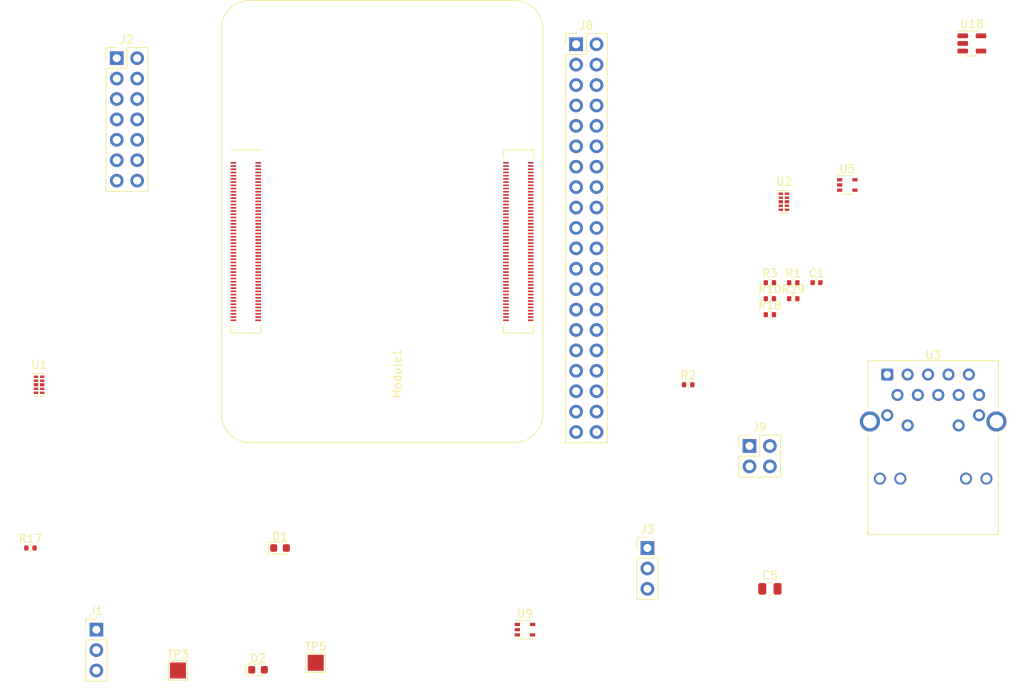
<source format=kicad_pcb>
(kicad_pcb (version 20211014) (generator pcbnew)
  (layers (0 "F.Cu" signal) (31 "B.Cu" signal) (34 "B.Paste" user) (35 "F.Paste" user) (36 "B.SilkS" user "B.Silkscreen") (37 "F.SilkS" user "F.Silkscreen") (38 "B.Mask" user) (39 "F.Mask" user) (44 "Edge.Cuts" user))
  (net 0 "")
  (net 1 "Net-(D2-Pad1)")
  (net 2 "Net-(D1-Pad1)")
  (net 3 "Net-(Module1-Pad21)")
  (net 4 "Net-(R2-Pad1)")
  (net 5 "/ETH_LEDG")
  (net 6 "Net-(R3-Pad1)")
  (net 7 "/ETH_LEDY")
  (net 8 "Net-(R10-Pad2)")
  (net 9 "/+3.3v")
  (net 10 "Net-(J7-Pad10)")
  (net 11 "/Reserved")
  (net 12 "Net-(J7-Pad9)")
  (net 13 "/SD_PWR_ON")
  (net 14 "/nPWR_LED")
  (net 15 "GND")
  (net 16 "/RUN_PG")
  (net 17 "Net-(J2-Pad13)")
  (net 18 "/+5v")
  (net 19 "/SD_PWR")
  (net 21 "/TRD3_P")
  (net 22 "/TRD3_N")
  (net 23 "/TRD2_N")
  (net 24 "/TRD2_P")
  (net 25 "/TRD1_P")
  (net 26 "/TRD1_N")
  (net 27 "/TRD0_N")
  (net 28 "/TRD0_P")
  (net 29 "/GPIO2")
  (net 30 "/GPIO3")
  (net 31 "/GPIO4")
  (net 32 "/GPIO14")
  (net 33 "/GPIO15")
  (net 34 "/GPIO17")
  (net 35 "/GPIO18")
  (net 36 "/GPIO27")
  (net 37 "/GPIO22")
  (net 38 "/GPIO23")
  (net 39 "/GPIO24")
  (net 40 "/GPIO10")
  (net 41 "/GPIO9")
  (net 42 "/GPIO25")
  (net 43 "/GPIO11")
  (net 44 "/GPIO8")
  (net 45 "/GPIO7")
  (net 46 "/ID_SD")
  (net 47 "/ID_SC")
  (net 48 "/GPIO5")
  (net 49 "/GPIO6")
  (net 50 "/GPIO12")
  (net 51 "/GPIO13")
  (net 52 "/GPIO19")
  (net 53 "/GPIO16")
  (net 54 "/GPIO26")
  (net 55 "/GPIO20")
  (net 56 "/GPIO21")
  (net 57 "/nRPIBOOT")
  (net 58 "/EEPROM_nWP")
  (net 59 "/AIN0")
  (net 60 "/AIN1")
  (net 61 "/SYNC_IN")
  (net 62 "/SYNC_OUT")
  (net 63 "/TV_OUT")
  (net 64 "/GLOBAL_EN")
  (net 65 "/TR1_TAP")
  (net 66 "/TR2_TAP")
  (net 67 "/TR0_TAP")
  (net 68 "/TR3_TAP")
  (net 69 "/WL_nDis")
  (net 70 "/BT_nDis")
  (net 71 "Net-(C1-Pad1)")
  (net 72 "/SD_DAT1")
  (net 73 "/SD_DAT0")
  (net 74 "/SD_CLK")
  (net 75 "/SD_CMD")
  (net 76 "/SD_DAT3")
  (net 77 "/SD_DAT2")
  (net 84 "/GPIO_VREF")
  (net 85 "/SCL0")
  (net 86 "/SDA0")
  (net 87 "/+1.8v")
  (net 88 "/CAM_GPIO")
  (net 89 "/nEXTRST")
  (footprint "Package_TO_SOT_SMD:SOT-23-5" (layer "F.Cu") (at 159.755 41.345)
    (fp_text reference "U18" (at 0 -2.4) (layer "F.SilkS"))
    (fp_text value "RT9742GGJ5")
    (pad "1" smd roundrect (at -1.1375 -0.95) (size 1.325 0.6) (layers "F.Cu" "F.Paste" "F.Mask") (net 19 "/SD_PWR"))
    (pad "2" smd roundrect (at -1.1375 0) (size 1.325 0.6) (layers "F.Cu" "F.Paste" "F.Mask") (net 15 "GND"))
    (pad "3" smd roundrect (at -1.1375 0.95) (size 1.325 0.6) (layers "F.Cu" "F.Paste" "F.Mask"))
    (pad "4" smd roundrect (at 1.1375 0.95) (size 1.325 0.6) (layers "F.Cu" "F.Paste" "F.Mask") (net 13 "/SD_PWR_ON"))
    (pad "5" smd roundrect (at 1.1375 -0.95) (size 1.325 0.6) (layers "F.Cu" "F.Paste" "F.Mask") (net 9 "/+3.3v"))
  )
  (footprint "Resistor_SMD:R_0402_1005Metric" (layer "F.Cu") (at 137.53 71.12)
    (fp_text reference "R1" (at 0 -1.17) (layer "F.SilkS"))
    (fp_text value "1k")
    (pad "1" smd roundrect (at -0.51 0) (size 0.54 0.64) (layers "F.Cu" "F.Paste" "F.Mask") (net 1 "Net-(D2-Pad1)"))
    (pad "2" smd roundrect (at 0.51 0) (size 0.54 0.64) (layers "F.Cu" "F.Paste" "F.Mask") (net 3 "Net-(Module1-Pad21)"))
  )
  (footprint "Resistor_SMD:R_0402_1005Metric" (layer "F.Cu") (at 42.6 104.14)
    (fp_text reference "R17" (at 0 -1.17) (layer "F.SilkS"))
    (fp_text value "nf")
    (pad "1" smd roundrect (at -0.51 0) (size 0.54 0.64) (layers "F.Cu" "F.Paste" "F.Mask") (net 9 "/+3.3v"))
    (pad "2" smd roundrect (at 0.51 0) (size 0.54 0.64) (layers "F.Cu" "F.Paste" "F.Mask") (net 10 "Net-(J7-Pad10)"))
  )
  (footprint "Capacitor_SMD:C_0402_1005Metric" (layer "F.Cu") (at 140.42 71.11)
    (fp_text reference "C1" (at 0 -1.16) (layer "F.SilkS"))
    (fp_text value "100n")
    (pad "1" smd roundrect (at -0.48 0) (size 0.56 0.62) (layers "F.Cu" "F.Paste" "F.Mask") (net 71 "Net-(C1-Pad1)"))
    (pad "2" smd roundrect (at 0.48 0) (size 0.56 0.62) (layers "F.Cu" "F.Paste" "F.Mask") (net 15 "GND"))
  )
  (footprint "Resistor_SMD:R_0402_1005Metric" (layer "F.Cu") (at 137.53 73.11)
    (fp_text reference "R29" (at 0 -1.17) (layer "F.SilkS"))
    (fp_text value "12K 1%")
    (pad "1" smd roundrect (at -0.51 0) (size 0.54 0.64) (layers "F.Cu" "F.Paste" "F.Mask") (net 9 "/+3.3v"))
    (pad "2" smd roundrect (at 0.51 0) (size 0.54 0.64) (layers "F.Cu" "F.Paste" "F.Mask") (net 13 "/SD_PWR_ON"))
  )
  (footprint "Connector_PinHeader_2.54mm:PinHeader_1x03_P2.54mm_Vertical" (layer "F.Cu") (at 119.38 104.14)
    (fp_text reference "J3" (at 0 -2.33) (layer "F.SilkS"))
    (fp_text value "Conn_01x03")
    (pad "1" thru_hole rect (at 0 0) (size 1.7 1.7) (drill 1) (layers *.Cu *.Mask) (net 69 "/WL_nDis"))
    (pad "2" thru_hole oval (at 0 2.54) (size 1.7 1.7) (drill 1) (layers *.Cu *.Mask) (net 15 "GND"))
    (pad "3" thru_hole oval (at 0 5.08) (size 1.7 1.7) (drill 1) (layers *.Cu *.Mask) (net 70 "/BT_nDis"))
  )
  (footprint "TestPoint:TestPoint_Pad_2.0x2.0mm" (layer "F.Cu") (at 60.96 119.38)
    (fp_text reference "TP3" (at 0 -1.998) (layer "F.SilkS"))
    (fp_text value "TestPoint")
    (pad "1" smd rect (at 0 0) (size 2 2) (layers "F.Cu" "F.Mask") (net 1 "Net-(D2-Pad1)"))
  )
  (footprint "TestPoint:TestPoint_Pad_2.0x2.0mm" (layer "F.Cu") (at 78.1025 118.42)
    (fp_text reference "TP5" (at 0 -1.998) (layer "F.SilkS"))
    (fp_text value "TestPoint")
    (pad "1" smd rect (at 0 0) (size 2 2) (layers "F.Cu" "F.Mask") (net 2 "Net-(D1-Pad1)"))
  )
  (footprint "Capacitor_SMD:C_0805_2012Metric" (layer "F.Cu") (at 134.62 109.22)
    (fp_text reference "C5" (at 0 -1.68) (layer "F.SilkS"))
    (fp_text value "10u")
    (pad "1" smd roundrect (at -0.95 0) (size 1 1.45) (layers "F.Cu" "F.Paste" "F.Mask") (net 19 "/SD_PWR"))
    (pad "2" smd roundrect (at 0.95 0) (size 1 1.45) (layers "F.Cu" "F.Paste" "F.Mask") (net 15 "GND"))
  )
  (footprint "Resistor_SMD:R_0402_1005Metric" (layer "F.Cu") (at 124.46 83.82)
    (fp_text reference "R2" (at 0 -1.17) (layer "F.SilkS"))
    (fp_text value "470R")
    (pad "1" smd roundrect (at -0.51 0) (size 0.54 0.64) (layers "F.Cu" "F.Paste" "F.Mask") (net 4 "Net-(R2-Pad1)"))
    (pad "2" smd roundrect (at 0.51 0) (size 0.54 0.64) (layers "F.Cu" "F.Paste" "F.Mask") (net 5 "/ETH_LEDG"))
  )
  (footprint "Connector_PinHeader_2.54mm:PinHeader_2x02_P2.54mm_Vertical" (layer "F.Cu") (at 132.08 91.44)
    (fp_text reference "J9" (at 1.27 -2.33) (layer "F.SilkS"))
    (fp_text value "THD-02-R")
    (pad "1" thru_hole rect (at 0 0) (size 1.7 1.7) (drill 1) (layers *.Cu *.Mask) (net 65 "/TR1_TAP"))
    (pad "2" thru_hole oval (at 2.54 0) (size 1.7 1.7) (drill 1) (layers *.Cu *.Mask) (net 66 "/TR2_TAP"))
    (pad "3" thru_hole oval (at 0 2.54) (size 1.7 1.7) (drill 1) (layers *.Cu *.Mask) (net 67 "/TR0_TAP"))
    (pad "4" thru_hole oval (at 2.54 2.54) (size 1.7 1.7) (drill 1) (layers *.Cu *.Mask) (net 68 "/TR3_TAP"))
  )
  (footprint "Package_TO_SOT_SMD:SOT-353_SC-70-5" (layer "F.Cu") (at 144.255 58.955)
    (fp_text reference "U5" (at 0 -2) (layer "F.SilkS"))
    (fp_text value "74LVC1G07SE-7")
    (pad "1" smd rect (at -0.95 -0.65) (size 0.65 0.4) (layers "F.Cu" "F.Paste" "F.Mask"))
    (pad "2" smd rect (at -0.95 0) (size 0.65 0.4) (layers "F.Cu" "F.Paste" "F.Mask") (net 14 "/nPWR_LED"))
    (pad "3" smd rect (at -0.95 0.65) (size 0.65 0.4) (layers "F.Cu" "F.Paste" "F.Mask") (net 15 "GND"))
    (pad "4" smd rect (at 0.95 0.65) (size 0.65 0.4) (layers "F.Cu" "F.Paste" "F.Mask") (net 8 "Net-(R10-Pad2)"))
    (pad "5" smd rect (at 0.95 -0.65) (size 0.65 0.4) (layers "F.Cu" "F.Paste" "F.Mask") (net 9 "/+3.3v"))
  )
  (footprint "Connector_PinHeader_2.54mm:PinHeader_2x07_P2.54mm_Vertical" (layer "F.Cu") (at 53.34 43.18)
    (fp_text reference "J2" (at 1.27 -2.33) (layer "F.SilkS"))
    (fp_text value "Conn_02x07_Odd_Even")
    (pad "1" thru_hole rect (at 0 0) (size 1.7 1.7) (drill 1) (layers *.Cu *.Mask) (net 15 "GND"))
    (pad "2" thru_hole oval (at 2.54 0) (size 1.7 1.7) (drill 1) (layers *.Cu *.Mask) (net 57 "/nRPIBOOT"))
    (pad "3" thru_hole oval (at 0 2.54) (size 1.7 1.7) (drill 1) (layers *.Cu *.Mask) (net 15 "GND"))
    (pad "4" thru_hole oval (at 2.54 2.54) (size 1.7 1.7) (drill 1) (layers *.Cu *.Mask) (net 58 "/EEPROM_nWP"))
    (pad "5" thru_hole oval (at 0 5.08) (size 1.7 1.7) (drill 1) (layers *.Cu *.Mask) (net 59 "/AIN0"))
    (pad "6" thru_hole oval (at 2.54 5.08) (size 1.7 1.7) (drill 1) (layers *.Cu *.Mask) (net 60 "/AIN1"))
    (pad "7" thru_hole oval (at 0 7.62) (size 1.7 1.7) (drill 1) (layers *.Cu *.Mask) (net 15 "GND"))
    (pad "8" thru_hole oval (at 2.54 7.62) (size 1.7 1.7) (drill 1) (layers *.Cu *.Mask) (net 61 "/SYNC_IN"))
    (pad "9" thru_hole oval (at 0 10.16) (size 1.7 1.7) (drill 1) (layers *.Cu *.Mask) (net 62 "/SYNC_OUT"))
    (pad "10" thru_hole oval (at 2.54 10.16) (size 1.7 1.7) (drill 1) (layers *.Cu *.Mask) (net 15 "GND"))
    (pad "11" thru_hole oval (at 0 12.7) (size 1.7 1.7) (drill 1) (layers *.Cu *.Mask) (net 63 "/TV_OUT"))
    (pad "12" thru_hole oval (at 2.54 12.7) (size 1.7 1.7) (drill 1) (layers *.Cu *.Mask) (net 15 "GND"))
    (pad "13" thru_hole oval (at 0 15.24) (size 1.7 1.7) (drill 1) (layers *.Cu *.Mask) (net 17 "Net-(J2-Pad13)"))
    (pad "14" thru_hole oval (at 2.54 15.24) (size 1.7 1.7) (drill 1) (layers *.Cu *.Mask) (net 64 "/GLOBAL_EN"))
  )
  (footprint "LED_SMD:LED_0603_1608Metric" (layer "F.Cu") (at 70.9225 119.29)
    (fp_text reference "D2" (at 0 -1.43) (layer "F.SilkS"))
    (fp_text value "LED Green")
    (pad "1" smd roundrect (at -0.7875 0) (size 0.875 0.95) (layers "F.Cu" "F.Paste" "F.Mask") (net 1 "Net-(D2-Pad1)"))
    (pad "2" smd roundrect (at 0.7875 0) (size 0.875 0.95) (layers "F.Cu" "F.Paste" "F.Mask") (net 9 "/+3.3v"))
  )
  (footprint "Resistor_SMD:R_0402_1005Metric" (layer "F.Cu") (at 134.62 75.1)
    (fp_text reference "R18" (at 0 -1.17) (layer "F.SilkS"))
    (fp_text value "nf")
    (pad "1" smd roundrect (at -0.51 0) (size 0.54 0.64) (layers "F.Cu" "F.Paste" "F.Mask") (net 11 "/Reserved"))
    (pad "2" smd roundrect (at 0.51 0) (size 0.54 0.64) (layers "F.Cu" "F.Paste" "F.Mask") (net 12 "Net-(J7-Pad9)"))
  )
  (footprint "Package_SON:USON-10_2.5x1.0mm_P0.5mm" (layer "F.Cu") (at 43.68 83.82)
    (fp_text reference "U1" (at 0.01829 -2.5) (layer "F.SilkS"))
    (fp_text value "TPD4EUSB30")
    (pad "1" smd rect (at -0.385 -1 270) (size 0.3 0.55) (layers "F.Cu" "F.Paste" "F.Mask") (net 21 "/TRD3_P"))
    (pad "2" smd rect (at -0.385 -0.5 270) (size 0.3 0.55) (layers "F.Cu" "F.Paste" "F.Mask") (net 22 "/TRD3_N"))
    (pad "3" smd rect (at -0.385 0 270) (size 0.4 0.55) (layers "F.Cu" "F.Paste" "F.Mask") (net 15 "GND"))
    (pad "4" smd rect (at -0.385 0.5 270) (size 0.3 0.55) (layers "F.Cu" "F.Paste" "F.Mask") (net 23 "/TRD2_N"))
    (pad "5" smd rect (at -0.385 1 270) (size 0.3 0.55) (layers "F.Cu" "F.Paste" "F.Mask") (net 24 "/TRD2_P"))
    (pad "6" smd rect (at 0.385 1 270) (size 0.3 0.55) (layers "F.Cu" "F.Paste" "F.Mask") (net 24 "/TRD2_P"))
    (pad "7" smd rect (at 0.385 0.5 270) (size 0.3 0.55) (layers "F.Cu" "F.Paste" "F.Mask") (net 23 "/TRD2_N"))
    (pad "8" smd rect (at 0.385 0 270) (size 0.4 0.55) (layers "F.Cu" "F.Paste" "F.Mask") (net 15 "GND"))
    (pad "9" smd rect (at 0.385 -0.5 270) (size 0.3 0.55) (layers "F.Cu" "F.Paste" "F.Mask") (net 22 "/TRD3_N"))
    (pad "10" smd rect (at 0.385 -1 270) (size 0.3 0.55) (layers "F.Cu" "F.Paste" "F.Mask") (net 21 "/TRD3_P"))
  )
  (footprint "CM4IO:TRJG0926HENL" (layer "F.Cu") (at 154.94 91.44)
    (fp_text reference "U3" (at 0.01 -11.32) (layer "F.SilkS"))
    (fp_text value "MagJack-A70-112-331N126")
    (pad "" np_thru_hole circle locked (at -5.715 0) (size 3.2 3.2) (drill 3.2) (layers *.Cu *.Mask))
    (pad "" np_thru_hole circle locked (at 5.715 0) (size 3.2 3.2) (drill 3.2) (layers *.Cu *.Mask))
    (pad "1" thru_hole roundrect locked (at -5.715 -8.89) (size 1.5 1.5) (drill 0.9) (layers *.Cu *.Mask) (roundrect_rratio 0.167) (net 28 "/TRD0_P"))
    (pad "2" thru_hole circle locked (at -4.445 -6.35) (size 1.5 1.5) (drill 0.9) (layers *.Cu *.Mask) (net 27 "/TRD0_N"))
    (pad "3" thru_hole circle locked (at -3.175 -8.89) (size 1.5 1.5) (drill 0.9) (layers *.Cu *.Mask) (net 25 "/TRD1_P"))
    (pad "4" thru_hole circle locked (at -1.905 -6.35) (size 1.5 1.5) (drill 0.9) (layers *.Cu *.Mask) (net 71 "Net-(C1-Pad1)"))
    (pad "5" thru_hole circle locked (at -0.635 -8.89) (size 1.5 1.5) (drill 0.9) (layers *.Cu *.Mask) (net 71 "Net-(C1-Pad1)"))
    (pad "6" thru_hole circle locked (at 0.635 -6.35 90) (size 1.5 1.5) (drill 0.9) (layers *.Cu *.Mask) (net 26 "/TRD1_N"))
    (pad "7" thru_hole circle locked (at 1.905 -8.89) (size 1.5 1.5) (drill 0.9) (layers *.Cu *.Mask) (net 24 "/TRD2_P"))
    (pad "8" thru_hole circle locked (at 3.175 -6.35) (size 1.5 1.5) (drill 0.9) (layers *.Cu *.Mask) (net 23 "/TRD2_N"))
    (pad "9" thru_hole circle locked (at 4.445 -8.89) (size 1.5 1.5) (drill 0.9) (layers *.Cu *.Mask) (net 21 "/TRD3_P"))
    (pad "10" thru_hole circle locked (at 5.715 -6.35) (size 1.5 1.5) (drill 0.9) (layers *.Cu *.Mask) (net 22 "/TRD3_N"))
    (pad "11" thru_hole circle locked (at -5.715 -3.83) (size 1.5 1.5) (drill 0.9) (layers *.Cu *.Mask) (net 67 "/TR0_TAP"))
    (pad "12" thru_hole circle locked (at -3.175 -2.56) (size 1.5 1.5) (drill 0.9) (layers *.Cu *.Mask) (net 65 "/TR1_TAP"))
    (pad "13" thru_hole circle locked (at 3.175 -2.56) (size 1.5 1.5) (drill 0.9) (layers *.Cu *.Mask) (net 66 "/TR2_TAP"))
    (pad "14" thru_hole circle locked (at 5.715 -3.83) (size 1.5 1.5) (drill 0.9) (layers *.Cu *.Mask) (net 68 "/TR3_TAP"))
    (pad "15" thru_hole circle locked (at -6.63 4.06) (size 1.5 1.5) (drill 1.02) (layers *.Cu *.Mask) (net 9 "/+3.3v"))
    (pad "16" thru_hole circle locked (at -4.09 4.06) (size 1.5 1.5) (drill 1.02) (layers *.Cu *.Mask) (net 4 "Net-(R2-Pad1)"))
    (pad "17" thru_hole circle locked (at 4.09 4.06) (size 1.5 1.5) (drill 1.02) (layers *.Cu *.Mask) (net 9 "/+3.3v"))
    (pad "18" thru_hole circle locked (at 6.63 4.06) (size 1.5 1.5) (drill 1.02) (layers *.Cu *.Mask) (net 6 "Net-(R3-Pad1)"))
    (pad "19" thru_hole circle locked (at -7.875 -3.05) (size 2.5 2.5) (drill 1.7) (layers *.Cu *.Mask) (net 15 "GND"))
    (pad "20" thru_hole circle locked (at 7.875 -3.05) (size 2.5 2.5) (drill 1.7) (layers *.Cu *.Mask) (net 15 "GND"))
  )
  (footprint "Package_SON:USON-10_2.5x1.0mm_P0.5mm" (layer "F.Cu") (at 136.365 61.045)
    (fp_text reference "U2" (at 0.01829 -2.5) (layer "F.SilkS"))
    (fp_text value "TPD4EUSB30")
    (pad "1" smd rect (at -0.385 -1 270) (size 0.3 0.55) (layers "F.Cu" "F.Paste" "F.Mask") (net 25 "/TRD1_P"))
    (pad "2" smd rect (at -0.385 -0.5 270) (size 0.3 0.55) (layers "F.Cu" "F.Paste" "F.Mask") (net 26 "/TRD1_N"))
    (pad "3" smd rect (at -0.385 0 270) (size 0.4 0.55) (layers "F.Cu" "F.Paste" "F.Mask") (net 15 "GND"))
    (pad "4" smd rect (at -0.385 0.5 270) (size 0.3 0.55) (layers "F.Cu" "F.Paste" "F.Mask") (net 27 "/TRD0_N"))
    (pad "5" smd rect (at -0.385 1 270) (size 0.3 0.55) (layers "F.Cu" "F.Paste" "F.Mask") (net 28 "/TRD0_P"))
    (pad "6" smd rect (at 0.385 1 270) (size 0.3 0.55) (layers "F.Cu" "F.Paste" "F.Mask") (net 28 "/TRD0_P"))
    (pad "7" smd rect (at 0.385 0.5 270) (size 0.3 0.55) (layers "F.Cu" "F.Paste" "F.Mask") (net 27 "/TRD0_N"))
    (pad "8" smd rect (at 0.385 0 270) (size 0.4 0.55) (layers "F.Cu" "F.Paste" "F.Mask") (net 15 "GND"))
    (pad "9" smd rect (at 0.385 -0.5 270) (size 0.3 0.55) (layers "F.Cu" "F.Paste" "F.Mask") (net 26 "/TRD1_N"))
    (pad "10" smd rect (at 0.385 -1 270) (size 0.3 0.55) (layers "F.Cu" "F.Paste" "F.Mask") (net 25 "/TRD1_P"))
  )
  (footprint "Package_TO_SOT_SMD:SOT-353_SC-70-5" (layer "F.Cu") (at 104.14 114.3)
    (fp_text reference "U9" (at 0 -2) (layer "F.SilkS"))
    (fp_text value "74LVC1G07SE-7")
    (pad "1" smd rect (at -0.95 -0.65) (size 0.65 0.4) (layers "F.Cu" "F.Paste" "F.Mask"))
    (pad "2" smd rect (at -0.95 0) (size 0.65 0.4) (layers "F.Cu" "F.Paste" "F.Mask") (net 16 "/RUN_PG"))
    (pad "3" smd rect (at -0.95 0.65) (size 0.65 0.4) (layers "F.Cu" "F.Paste" "F.Mask") (net 15 "GND"))
    (pad "4" smd rect (at 0.95 0.65) (size 0.65 0.4) (layers "F.Cu" "F.Paste" "F.Mask") (net 17 "Net-(J2-Pad13)"))
    (pad "5" smd rect (at 0.95 -0.65) (size 0.65 0.4) (layers "F.Cu" "F.Paste" "F.Mask") (net 18 "/+5v"))
  )
  (footprint "CM4IO:Raspberry-Pi-4-Compute-Module" (layer "F.Cu") (at 69.86 87.5)
    (fp_text reference "Module1" (at 18.38 -5.08 270) (layer "F.SilkS"))
    (fp_text value "ComputeModule4")
    (pad "" np_thru_hole circle locked (at 33 -48) (size 2.7 2.7) (drill 2.7) (layers *.Cu *.Mask) (clearance 1.7))
    (pad "" np_thru_hole circle locked (at 0 -48) (size 2.7 2.7) (drill 2.7) (layers *.Cu *.Mask) (clearance 1.7))
    (pad "" np_thru_hole circle locked (at 33 0) (size 2.7 2.7) (drill 2.7) (layers *.Cu *.Mask) (clearance 1.7))
    (pad "" np_thru_hole circle locked (at 0 0) (size 2.7 2.7) (drill 2.7) (layers *.Cu *.Mask) (clearance 1.7))
    (pad "1" smd rect locked (at -2 -31.3 270) (size 0.2 0.7) (layers "F.Cu" "F.Paste" "F.Mask") (net 15 "GND"))
    (pad "2" smd rect locked (at 1.08 -31.3 270) (size 0.2 0.7) (layers "F.Cu" "F.Paste" "F.Mask") (net 15 "GND"))
    (pad "3" smd rect locked (at -2 -30.9 270) (size 0.2 0.7) (layers "F.Cu" "F.Paste" "F.Mask") (net 21 "/TRD3_P"))
    (pad "4" smd rect locked (at 1.08 -30.9 270) (size 0.2 0.7) (layers "F.Cu" "F.Paste" "F.Mask") (net 25 "/TRD1_P"))
    (pad "5" smd rect locked (at -2 -30.5 270) (size 0.2 0.7) (layers "F.Cu" "F.Paste" "F.Mask") (net 22 "/TRD3_N"))
    (pad "6" smd rect locked (at 1.08 -30.5 270) (size 0.2 0.7) (layers "F.Cu" "F.Paste" "F.Mask") (net 26 "/TRD1_N"))
    (pad "7" smd rect locked (at -2 -30.1 270) (size 0.2 0.7) (layers "F.Cu" "F.Paste" "F.Mask") (net 15 "GND"))
    (pad "8" smd rect locked (at 1.08 -30.1 270) (size 0.2 0.7) (layers "F.Cu" "F.Paste" "F.Mask") (net 15 "GND"))
    (pad "9" smd rect locked (at -2 -29.7 270) (size 0.2 0.7) (layers "F.Cu" "F.Paste" "F.Mask") (net 23 "/TRD2_N"))
    (pad "10" smd rect locked (at 1.08 -29.7 270) (size 0.2 0.7) (layers "F.Cu" "F.Paste" "F.Mask") (net 27 "/TRD0_N"))
    (pad "11" smd rect locked (at -2 -29.3 270) (size 0.2 0.7) (layers "F.Cu" "F.Paste" "F.Mask") (net 24 "/TRD2_P"))
    (pad "12" smd rect locked (at 1.08 -29.3 270) (size 0.2 0.7) (layers "F.Cu" "F.Paste" "F.Mask") (net 28 "/TRD0_P"))
    (pad "13" smd rect locked (at -2 -28.9 270) (size 0.2 0.7) (layers "F.Cu" "F.Paste" "F.Mask") (net 15 "GND"))
    (pad "14" smd rect locked (at 1.08 -28.9 270) (size 0.2 0.7) (layers "F.Cu" "F.Paste" "F.Mask") (net 15 "GND"))
    (pad "15" smd rect locked (at -2 -28.5 270) (size 0.2 0.7) (layers "F.Cu" "F.Paste" "F.Mask") (net 7 "/ETH_LEDY"))
    (pad "16" smd rect locked (at 1.08 -28.5 270) (size 0.2 0.7) (layers "F.Cu" "F.Paste" "F.Mask") (net 61 "/SYNC_IN"))
    (pad "17" smd rect locked (at -2 -28.1 270) (size 0.2 0.7) (layers "F.Cu" "F.Paste" "F.Mask") (net 5 "/ETH_LEDG"))
    (pad "18" smd rect locked (at 1.08 -28.1 270) (size 0.2 0.7) (layers "F.Cu" "F.Paste" "F.Mask") (net 62 "/SYNC_OUT"))
    (pad "19" smd rect locked (at -2 -27.7 270) (size 0.2 0.7) (layers "F.Cu" "F.Paste" "F.Mask"))
    (pad "20" smd rect locked (at 1.08 -27.7 270) (size 0.2 0.7) (layers "F.Cu" "F.Paste" "F.Mask") (net 58 "/EEPROM_nWP"))
    (pad "21" smd rect locked (at -2 -27.3 270) (size 0.2 0.7) (layers "F.Cu" "F.Paste" "F.Mask") (net 3 "Net-(Module1-Pad21)"))
    (pad "22" smd rect locked (at 1.08 -27.3 270) (size 0.2 0.7) (layers "F.Cu" "F.Paste" "F.Mask") (net 15 "GND"))
    (pad "23" smd rect locked (at -2 -26.9 270) (size 0.2 0.7) (layers "F.Cu" "F.Paste" "F.Mask") (net 15 "GND"))
    (pad "24" smd rect locked (at 1.08 -26.9 270) (size 0.2 0.7) (layers "F.Cu" "F.Paste" "F.Mask") (net 54 "/GPIO26"))
    (pad "25" smd rect locked (at -2 -26.5 270) (size 0.2 0.7) (layers "F.Cu" "F.Paste" "F.Mask") (net 56 "/GPIO21"))
    (pad "26" smd rect locked (at 1.08 -26.5 270) (size 0.2 0.7) (layers "F.Cu" "F.Paste" "F.Mask") (net 52 "/GPIO19"))
    (pad "27" smd rect locked (at -2 -26.1 270) (size 0.2 0.7) (layers "F.Cu" "F.Paste" "F.Mask") (net 55 "/GPIO20"))
    (pad "28" smd rect locked (at 1.08 -26.1 270) (size 0.2 0.7) (layers "F.Cu" "F.Paste" "F.Mask") (net 51 "/GPIO13"))
    (pad "29" smd rect locked (at -2 -25.7 270) (size 0.2 0.7) (layers "F.Cu" "F.Paste" "F.Mask") (net 53 "/GPIO16"))
    (pad "30" smd rect locked (at 1.08 -25.7 270) (size 0.2 0.7) (layers "F.Cu" "F.Paste" "F.Mask") (net 49 "/GPIO6"))
    (pad "31" smd rect locked (at -2 -25.3 270) (size 0.2 0.7) (layers "F.Cu" "F.Paste" "F.Mask") (net 50 "/GPIO12"))
    (pad "32" smd rect locked (at 1.08 -25.3 270) (size 0.2 0.7) (layers "F.Cu" "F.Paste" "F.Mask") (net 15 "GND"))
    (pad "33" smd rect locked (at -2 -24.9 270) (size 0.2 0.7) (layers "F.Cu" "F.Paste" "F.Mask") (net 15 "GND"))
    (pad "34" smd rect locked (at 1.08 -24.9 270) (size 0.2 0.7) (layers "F.Cu" "F.Paste" "F.Mask") (net 48 "/GPIO5"))
    (pad "35" smd rect locked (at -2 -24.5 270) (size 0.2 0.7) (layers "F.Cu" "F.Paste" "F.Mask") (net 47 "/ID_SC"))
    (pad "36" smd rect locked (at 1.08 -24.5 270) (size 0.2 0.7) (layers "F.Cu" "F.Paste" "F.Mask") (net 46 "/ID_SD"))
    (pad "37" smd rect locked (at -2 -24.1 270) (size 0.2 0.7) (layers "F.Cu" "F.Paste" "F.Mask") (net 45 "/GPIO7"))
    (pad "38" smd rect locked (at 1.08 -24.1 270) (size 0.2 0.7) (layers "F.Cu" "F.Paste" "F.Mask") (net 43 "/GPIO11"))
    (pad "39" smd rect locked (at -2 -23.7 270) (size 0.2 0.7) (layers "F.Cu" "F.Paste" "F.Mask") (net 44 "/GPIO8"))
    (pad "40" smd rect locked (at 1.08 -23.7 270) (size 0.2 0.7) (layers "F.Cu" "F.Paste" "F.Mask") (net 41 "/GPIO9"))
    (pad "41" smd rect locked (at -2 -23.3 270) (size 0.2 0.7) (layers "F.Cu" "F.Paste" "F.Mask") (net 42 "/GPIO25"))
    (pad "42" smd rect locked (at 1.08 -23.3 270) (size 0.2 0.7) (layers "F.Cu" "F.Paste" "F.Mask") (net 15 "GND"))
    (pad "43" smd rect locked (at -2 -22.9 270) (size 0.2 0.7) (layers "F.Cu" "F.Paste" "F.Mask") (net 15 "GND"))
    (pad "44" smd rect locked (at 1.08 -22.9 270) (size 0.2 0.7) (layers "F.Cu" "F.Paste" "F.Mask") (net 40 "/GPIO10"))
    (pad "45" smd rect locked (at -2 -22.5 270) (size 0.2 0.7) (layers "F.Cu" "F.Paste" "F.Mask") (net 39 "/GPIO24"))
    (pad "46" smd rect locked (at 1.08 -22.5 270) (size 0.2 0.7) (layers "F.Cu" "F.Paste" "F.Mask") (net 37 "/GPIO22"))
    (pad "47" smd rect locked (at -2 -22.1 270) (size 0.2 0.7) (layers "F.Cu" "F.Paste" "F.Mask") (net 38 "/GPIO23"))
    (pad "48" smd rect locked (at 1.08 -22.1 270) (size 0.2 0.7) (layers "F.Cu" "F.Paste" "F.Mask") (net 36 "/GPIO27"))
    (pad "49" smd rect locked (at -2 -21.7 270) (size 0.2 0.7) (layers "F.Cu" "F.Paste" "F.Mask") (net 35 "/GPIO18"))
    (pad "50" smd rect locked (at 1.08 -21.7 270) (size 0.2 0.7) (layers "F.Cu" "F.Paste" "F.Mask") (net 34 "/GPIO17"))
    (pad "51" smd rect locked (at -2 -21.3 270) (size 0.2 0.7) (layers "F.Cu" "F.Paste" "F.Mask") (net 33 "/GPIO15"))
    (pad "52" smd rect locked (at 1.08 -21.3 270) (size 0.2 0.7) (layers "F.Cu" "F.Paste" "F.Mask") (net 15 "GND"))
    (pad "53" smd rect locked (at -2 -20.9 270) (size 0.2 0.7) (layers "F.Cu" "F.Paste" "F.Mask") (net 15 "GND"))
    (pad "54" smd rect locked (at 1.08 -20.9 270) (size 0.2 0.7) (layers "F.Cu" "F.Paste" "F.Mask") (net 31 "/GPIO4"))
    (pad "55" smd rect locked (at -2 -20.5 270) (size 0.2 0.7) (layers "F.Cu" "F.Paste" "F.Mask") (net 32 "/GPIO14"))
    (pad "56" smd rect locked (at 1.08 -20.5 270) (size 0.2 0.7) (layers "F.Cu" "F.Paste" "F.Mask") (net 30 "/GPIO3"))
    (pad "57" smd rect locked (at -2 -20.1 270) (size 0.2 0.7) (layers "F.Cu" "F.Paste" "F.Mask") (net 74 "/SD_CLK"))
    (pad "58" smd rect locked (at 1.08 -20.1 270) (size 0.2 0.7) (layers "F.Cu" "F.Paste" "F.Mask") (net 29 "/GPIO2"))
    (pad "59" smd rect locked (at -2 -19.7 270) (size 0.2 0.7) (layers "F.Cu" "F.Paste" "F.Mask") (net 15 "GND"))
    (pad "60" smd rect locked (at 1.08 -19.7 270) (size 0.2 0.7) (layers "F.Cu" "F.Paste" "F.Mask") (net 15 "GND"))
    (pad "61" smd rect locked (at -2 -19.3 270) (size 0.2 0.7) (layers "F.Cu" "F.Paste" "F.Mask") (net 76 "/SD_DAT3"))
    (pad "62" smd rect locked (at 1.08 -19.3 270) (size 0.2 0.7) (layers "F.Cu" "F.Paste" "F.Mask") (net 75 "/SD_CMD"))
    (pad "63" smd rect locked (at -2 -18.9 270) (size 0.2 0.7) (layers "F.Cu" "F.Paste" "F.Mask") (net 73 "/SD_DAT0"))
    (pad "64" smd rect locked (at 1.08 -18.9 270) (size 0.2 0.7) (layers "F.Cu" "F.Paste" "F.Mask"))
    (pad "65" smd rect locked (at -2 -18.5 270) (size 0.2 0.7) (layers "F.Cu" "F.Paste" "F.Mask") (net 15 "GND"))
    (pad "66" smd rect locked (at 1.08 -18.5 270) (size 0.2 0.7) (layers "F.Cu" "F.Paste" "F.Mask") (net 15 "GND"))
    (pad "67" smd rect locked (at -2 -18.1 270) (size 0.2 0.7) (layers "F.Cu" "F.Paste" "F.Mask") (net 72 "/SD_DAT1"))
    (pad "68" smd rect locked (at 1.08 -18.1 270) (size 0.2 0.7) (layers "F.Cu" "F.Paste" "F.Mask"))
    (pad "69" smd rect locked (at -2 -17.7 270) (size 0.2 0.7) (layers "F.Cu" "F.Paste" "F.Mask") (net 77 "/SD_DAT2"))
    (pad "70" smd rect locked (at 1.08 -17.7 270) (size 0.2 0.7) (layers "F.Cu" "F.Paste" "F.Mask"))
    (pad "71" smd rect locked (at -2 -17.3 270) (size 0.2 0.7) (layers "F.Cu" "F.Paste" "F.Mask") (net 15 "GND"))
    (pad "72" smd rect locked (at 1.08 -17.3 270) (size 0.2 0.7) (layers "F.Cu" "F.Paste" "F.Mask"))
    (pad "73" smd rect locked (at -2 -16.9 270) (size 0.2 0.7) (layers "F.Cu" "F.Paste" "F.Mask"))
    (pad "74" smd rect locked (at 1.08 -16.9 270) (size 0.2 0.7) (layers "F.Cu" "F.Paste" "F.Mask") (net 15 "GND"))
    (pad "75" smd rect locked (at -2 -16.5 270) (size 0.2 0.7) (layers "F.Cu" "F.Paste" "F.Mask") (net 13 "/SD_PWR_ON"))
    (pad "76" smd rect locked (at 1.08 -16.5 270) (size 0.2 0.7) (layers "F.Cu" "F.Paste" "F.Mask") (net 11 "/Reserved"))
    (pad "77" smd rect locked (at -2 -16.1 270) (size 0.2 0.7) (layers "F.Cu" "F.Paste" "F.Mask") (net 18 "/+5v"))
    (pad "78" smd rect locked (at 1.08 -16.1 270) (size 0.2 0.7) (layers "F.Cu" "F.Paste" "F.Mask") (net 84 "/GPIO_VREF"))
    (pad "79" smd rect locked (at -2 -15.7 270) (size 0.2 0.7) (layers "F.Cu" "F.Paste" "F.Mask") (net 18 "/+5v"))
    (pad "80" smd rect locked (at 1.08 -15.7 270) (size 0.2 0.7) (layers "F.Cu" "F.Paste" "F.Mask") (net 85 "/SCL0"))
    (pad "81" smd rect locked (at -2 -15.3 270) (size 0.2 0.7) (layers "F.Cu" "F.Paste" "F.Mask") (net 18 "/+5v"))
    (pad "82" smd rect locked (at 1.08 -15.3 270) (size 0.2 0.7) (layers "F.Cu" "F.Paste" "F.Mask") (net 86 "/SDA0"))
    (pad "83" smd rect locked (at -2 -14.9 270) (size 0.2 0.7) (layers "F.Cu" "F.Paste" "F.Mask") (net 18 "/+5v"))
    (pad "84" smd rect locked (at 1.08 -14.9 270) (size 0.2 0.7) (layers "F.Cu" "F.Paste" "F.Mask") (net 9 "/+3.3v"))
    (pad "85" smd rect locked (at -2 -14.5 270) (size 0.2 0.7) (layers "F.Cu" "F.Paste" "F.Mask") (net 18 "/+5v"))
    (pad "86" smd rect locked (at 1.08 -14.5 270) (size 0.2 0.7) (layers "F.Cu" "F.Paste" "F.Mask") (net 9 "/+3.3v"))
    (pad "87" smd rect locked (at -2 -14.1 270) (size 0.2 0.7) (layers "F.Cu" "F.Paste" "F.Mask") (net 18 "/+5v"))
    (pad "88" smd rect locked (at 1.08 -14.1 270) (size 0.2 0.7) (layers "F.Cu" "F.Paste" "F.Mask") (net 87 "/+1.8v"))
    (pad "89" smd rect locked (at -2 -13.7 270) (size 0.2 0.7) (layers "F.Cu" "F.Paste" "F.Mask") (net 69 "/WL_nDis"))
    (pad "90" smd rect locked (at 1.08 -13.7 270) (size 0.2 0.7) (layers "F.Cu" "F.Paste" "F.Mask") (net 87 "/+1.8v"))
    (pad "91" smd rect locked (at -2 -13.3 270) (size 0.2 0.7) (layers "F.Cu" "F.Paste" "F.Mask") (net 70 "/BT_nDis"))
    (pad "92" smd rect locked (at 1.08 -13.3 270) (size 0.2 0.7) (layers "F.Cu" "F.Paste" "F.Mask") (net 16 "/RUN_PG"))
    (pad "93" smd rect locked (at -2 -12.9 270) (size 0.2 0.7) (layers "F.Cu" "F.Paste" "F.Mask") (net 57 "/nRPIBOOT"))
    (pad "94" smd rect locked (at 1.08 -12.9 270) (size 0.2 0.7) (layers "F.Cu" "F.Paste" "F.Mask") (net 60 "/AIN1"))
    (pad "95" smd rect locked (at -2 -12.5 270) (size 0.2 0.7) (layers "F.Cu" "F.Paste" "F.Mask") (net 14 "/nPWR_LED"))
    (pad "96" smd rect locked (at 1.08 -12.5 270) (size 0.2 0.7) (layers "F.Cu" "F.Paste" "F.Mask") (net 59 "/AIN0"))
    (pad "97" smd rect locked (at -2 -12.1 270) (size 0.2 0.7) (layers "F.Cu" "F.Paste" "F.Mask") (net 88 "/CAM_GPIO"))
    (pad "98" smd rect locked (at 1.08 -12.1 270) (size 0.2 0.7) (layers "F.Cu" "F.Paste" "F.Mask") (net 15 "GND"))
    (pad "99" smd rect locked (at -2 -11.7 270) (size 0.2 0.7) (layers "F.Cu" "F.Paste" "F.Mask") (net 64 "/GLOBAL_EN"))
    (pad "100" smd rect locked (at 1.08 -11.7 270) (size 0.2 0.7) (layers "F.Cu" "F.Paste" "F.Mask") (net 89 "/nEXTRST"))
    (pad "101" smd rect locked (at 31.92 -31.3 270) (size 0.2 0.7) (layers "F.Cu" "F.Paste" "F.Mask"))
    (pad "102" smd rect locked (at 35 -31.3 270) (size 0.2 0.7) (layers "F.Cu" "F.Paste" "F.Mask"))
    (pad "103" smd rect locked (at 31.92 -30.9 270) (size 0.2 0.7) (layers "F.Cu" "F.Paste" "F.Mask"))
    (pad "104" smd rect locked (at 35 -30.9 270) (size 0.2 0.7) (layers "F.Cu" "F.Paste" "F.Mask"))
    (pad "105" smd rect locked (at 31.92 -30.5 270) (size 0.2 0.7) (layers "F.Cu" "F.Paste" "F.Mask"))
    (pad "106" smd rect locked (at 35 -30.5 270) (size 0.2 0.7) (layers "F.Cu" "F.Paste" "F.Mask"))
    (pad "107" smd rect locked (at 31.92 -30.1 270) (size 0.2 0.7) (layers "F.Cu" "F.Paste" "F.Mask"))
    (pad "108" smd rect locked (at 35 -30.1 270) (size 0.2 0.7) (layers "F.Cu" "F.Paste" "F.Mask"))
    (pad "109" smd rect locked (at 31.92 -29.7 270) (size 0.2 0.7) (layers "F.Cu" "F.Paste" "F.Mask"))
    (pad "110" smd rect locked (at 35 -29.7 270) (size 0.2 0.7) (layers "F.Cu" "F.Paste" "F.Mask"))
    (pad "111" smd rect locked (at 31.92 -29.3 270) (size 0.2 0.7) (layers "F.Cu" "F.Paste" "F.Mask"))
    (pad "112" smd rect locked (at 35 -29.3 270) (size 0.2 0.7) (layers "F.Cu" "F.Paste" "F.Mask"))
    (pad "113" smd rect locked (at 31.92 -28.9 270) (size 0.2 0.7) (layers "F.Cu" "F.Paste" "F.Mask"))
    (pad "114" smd rect locked (at 35 -28.9 270) (size 0.2 0.7) (layers "F.Cu" "F.Paste" "F.Mask"))
    (pad "115" smd rect locked (at 31.92 -28.5 270) (size 0.2 0.7) (layers "F.Cu" "F.Paste" "F.Mask"))
    (pad "116" smd rect locked (at 35 -28.5 270) (size 0.2 0.7) (layers "F.Cu" "F.Paste" "F.Mask"))
    (pad "117" smd rect locked (at 31.92 -28.1 270) (size 0.2 0.7) (layers "F.Cu" "F.Paste" "F.Mask"))
    (pad "118" smd rect locked (at 35 -28.1 270) (size 0.2 0.7) (layers "F.Cu" "F.Paste" "F.Mask"))
    (pad "119" smd rect locked (at 31.92 -27.7 270) (size 0.2 0.7) (layers "F.Cu" "F.Paste" "F.Mask"))
    (pad "120" smd rect locked (at 35 -27.7 270) (size 0.2 0.7) (layers "F.Cu" "F.Paste" "F.Mask"))
    (pad "121" smd rect locked (at 31.92 -27.3 270) (size 0.2 0.7) (layers "F.Cu" "F.Paste" "F.Mask"))
    (pad "122" smd rect locked (at 35 -27.3 270) (size 0.2 0.7) (layers "F.Cu" "F.Paste" "F.Mask"))
    (pad "123" smd rect locked (at 31.92 -26.9 270) (size 0.2 0.7) (layers "F.Cu" "F.Paste" "F.Mask"))
    (pad "124" smd rect locked (at 35 -26.9 270) (size 0.2 0.7) (layers "F.Cu" "F.Paste" "F.Mask"))
    (pad "125" smd rect locked (at 31.92 -26.5 270) (size 0.2 0.7) (layers "F.Cu" "F.Paste" "F.Mask"))
    (pad "126" smd rect locked (at 35 -26.5 270) (size 0.2 0.7) (layers "F.Cu" "F.Paste" "F.Mask"))
    (pad "127" smd rect locked (at 31.92 -26.1 270) (size 0.2 0.7) (layers "F.Cu" "F.Paste" "F.Mask"))
    (pad "128" smd rect locked (at 35 -26.1 270) (size 0.2 0.7) (layers "F.Cu" "F.Paste" "F.Mask"))
    (pad "129" smd rect locked (at 31.92 -25.7 270) (size 0.2 0.7) (layers "F.Cu" "F.Paste" "F.Mask"))
    (pad "130" smd rect locked (at 35 -25.7 270) (size 0.2 0.7) (layers "F.Cu" "F.Paste" "F.Mask"))
    (pad "131" smd rect locked (at 31.92 -25.3 270) (size 0.2 0.7) (layers "F.Cu" "F.Paste" "F.Mask"))
    (pad "132" smd rect locked (at 35 -25.3 270) (size 0.2 0.7) (layers "F.Cu" "F.Paste" "F.Mask"))
    (pad "133" smd rect locked (at 31.92 -24.9 270) (size 0.2 0.7) (layers "F.Cu" "F.Paste" "F.Mask"))
    (pad "134" smd rect locked (at 35 -24.9 270) (size 0.2 0.7) (layers "F.Cu" "F.Paste" "F.Mask"))
    (pad "135" smd rect locked (at 31.92 -24.5 270) (size 0.2 0.7) (layers "F.Cu" "F.Paste" "F.Mask"))
    (pad "136" smd rect locked (at 35 -24.5 270) (size 0.2 0.7) (layers "F.Cu" "F.Paste" "F.Mask"))
    (pad "137" smd rect locked (at 31.92 -24.1 270) (size 0.2 0.7) (layers "F.Cu" "F.Paste" "F.Mask"))
    (pad "138" smd rect locked (at 35 -24.1 270) (size 0.2 0.7) (layers "F.Cu" "F.Paste" "F.Mask"))
    (pad "139" smd rect locked (at 31.92 -23.7 270) (size 0.2 0.7) (layers "F.Cu" "F.Paste" "F.Mask"))
    (pad "140" smd rect locked (at 35 -23.7 270) (size 0.2 0.7) (layers "F.Cu" "F.Paste" "F.Mask"))
    (pad "141" smd rect locked (at 31.92 -23.3 270) (size 0.2 0.7) (layers "F.Cu" "F.Paste" "F.Mask"))
    (pad "142" smd rect locked (at 35 -23.3 270) (size 0.2 0.7) (layers "F.Cu" "F.Paste" "F.Mask"))
    (pad "143" smd rect locked (at 31.92 -22.9 270) (size 0.2 0.7) (layers "F.Cu" "F.Paste" "F.Mask"))
    (pad "144" smd rect locked (at 35 -22.9 270) (size 0.2 0.7) (layers "F.Cu" "F.Paste" "F.Mask"))
    (pad "145" smd rect locked (at 31.92 -22.5 270) (size 0.2 0.7) (layers "F.Cu" "F.Paste" "F.Mask"))
    (pad "146" smd rect locked (at 35 -22.5 270) (size 0.2 0.7) (layers "F.Cu" "F.Paste" "F.Mask"))
    (pad "147" smd rect locked (at 31.92 -22.1 270) (size 0.2 0.7) (layers "F.Cu" "F.Paste" "F.Mask"))
    (pad "148" smd rect locked (at 35 -22.1 270) (size 0.2 0.7) (layers "F.Cu" "F.Paste" "F.Mask"))
    (pad "149" smd rect locked (at 31.92 -21.7 270) (size 0.2 0.7) (layers "F.Cu" "F.Paste" "F.Mask"))
    (pad "150" smd rect locked (at 35 -21.7 270) (size 0.2 0.7) (layers "F.Cu" "F.Paste" "F.Mask"))
    (pad "151" smd rect locked (at 31.92 -21.3 270) (size 0.2 0.7) (layers "F.Cu" "F.Paste" "F.Mask"))
    (pad "152" smd rect locked (at 35 -21.3 270) (size 0.2 0.7) (layers "F.Cu" "F.Paste" "F.Mask"))
    (pad "153" smd rect locked (at 31.92 -20.9 270) (size 0.2 0.7) (layers "F.Cu" "F.Paste" "F.Mask"))
    (pad "154" smd rect locked (at 35 -20.9 270) (size 0.2 0.7) (layers "F.Cu" "F.Paste" "F.Mask"))
    (pad "155" smd rect locked (at 31.92 -20.5 270) (size 0.2 0.7) (layers "F.Cu" "F.Paste" "F.Mask"))
    (pad "156" smd rect locked (at 35 -20.5 270) (size 0.2 0.7) (layers "F.Cu" "F.Paste" "F.Mask"))
    (pad "157" smd rect locked (at 31.92 -20.1 270) (size 0.2 0.7) (layers "F.Cu" "F.Paste" "F.Mask"))
    (pad "158" smd rect locked (at 35 -20.1 270) (size 0.2 0.7) (layers "F.Cu" "F.Paste" "F.Mask"))
    (pad "159" smd rect locked (at 31.92 -19.7 270) (size 0.2 0.7) (layers "F.Cu" "F.Paste" "F.Mask"))
    (pad "160" smd rect locked (at 35 -19.7 270) (size 0.2 0.7) (layers "F.Cu" "F.Paste" "F.Mask"))
    (pad "161" smd rect locked (at 31.92 -19.3 270) (size 0.2 0.7) (layers "F.Cu" "F.Paste" "F.Mask"))
    (pad "162" smd rect locked (at 35 -19.3 270) (size 0.2 0.7) (layers "F.Cu" "F.Paste" "F.Mask"))
    (pad "163" smd rect locked (at 31.92 -18.9 270) (size 0.2 0.7) (layers "F.Cu" "F.Paste" "F.Mask"))
    (pad "164" smd rect locked (at 35 -18.9 270) (size 0.2 0.7) (layers "F.Cu" "F.Paste" "F.Mask"))
    (pad "165" smd rect locked (at 31.92 -18.5 270) (size 0.2 0.7) (layers "F.Cu" "F.Paste" "F.Mask"))
    (pad "166" smd rect locked (at 35 -18.5 270) (size 0.2 0.7) (layers "F.Cu" "F.Paste" "F.Mask"))
    (pad "167" smd rect locked (at 31.92 -18.1 270) (size 0.2 0.7) (layers "F.Cu" "F.Paste" "F.Mask"))
    (pad "168" smd rect locked (at 35 -18.1 270) (size 0.2 0.7) (layers "F.Cu" "F.Paste" "F.Mask"))
    (pad "169" smd rect locked (at 31.92 -17.7 270) (size 0.2 0.7) (layers "F.Cu" "F.Paste" "F.Mask"))
    (pad "170" smd rect locked (at 35 -17.7 270) (size 0.2 0.7) (layers "F.Cu" "F.Paste" "F.Mask"))
    (pad "171" smd rect locked (at 31.92 -17.3 270) (size 0.2 0.7) (layers "F.Cu" "F.Paste" "F.Mask"))
    (pad "172" smd rect locked (at 35 -17.3 270) (size 0.2 0.7) (layers "F.Cu" "F.Paste" "F.Mask"))
    (pad "173" smd rect locked (at 31.92 -16.9 270) (size 0.2 0.7) (layers "F.Cu" "F.Paste" "F.Mask"))
    (pad "174" smd rect locked (at 35 -16.9 270) (size 0.2 0.7) (layers "F.Cu" "F.Paste" "F.Mask"))
    (pad "175" smd rect locked (at 31.92 -16.5 270) (size 0.2 0.7) (layers "F.Cu" "F.Paste" "F.Mask"))
    (pad "176" smd rect locked (at 35 -16.5 270) (size 0.2 0.7) (layers "F.Cu" "F.Paste" "F.Mask"))
    (pad "177" smd rect locked (at 31.92 -16.1 270) (size 0.2 0.7) (layers "F.Cu" "F.Paste" "F.Mask"))
    (pad "178" smd rect locked (at 35 -16.1 270) (size 0.2 0.7) (layers "F.Cu" "F.Paste" "F.Mask"))
    (pad "179" smd rect locked (at 31.92 -15.7 270) (size 0.2 0.7) (layers "F.Cu" "F.Paste" "F.Mask"))
    (pad "180" smd rect locked (at 35 -15.7 270) (size 0.2 0.7) (layers "F.Cu" "F.Paste" "F.Mask"))
    (pad "181" smd rect locked (at 31.92 -15.3 270) (size 0.2 0.7) (layers "F.Cu" "F.Paste" "F.Mask"))
    (pad "182" smd rect locked (at 35 -15.3 270) (size 0.2 0.7) (layers "F.Cu" "F.Paste" "F.Mask"))
    (pad "183" smd rect locked (at 31.92 -14.9 270) (size 0.2 0.7) (layers "F.Cu" "F.Paste" "F.Mask"))
    (pad "184" smd rect locked (at 35 -14.9 270) (size 0.2 0.7) (layers "F.Cu" "F.Paste" "F.Mask"))
    (pad "185" smd rect locked (at 31.92 -14.5 270) (size 0.2 0.7) (layers "F.Cu" "F.Paste" "F.Mask"))
    (pad "186" smd rect locked (at 35 -14.5 270) (size 0.2 0.7) (layers "F.Cu" "F.Paste" "F.Mask"))
    (pad "187" smd rect locked (at 31.92 -14.1 270) (size 0.2 0.7) (layers "F.Cu" "F.Paste" "F.Mask"))
    (pad "188" smd rect locked (at 35 -14.1 270) (size 0.2 0.7) (layers "F.Cu" "F.Paste" "F.Mask"))
    (pad "189" smd rect locked (at 31.92 -13.7 270) (size 0.2 0.7) (layers "F.Cu" "F.Paste" "F.Mask"))
    (pad "190" smd rect locked (at 35 -13.7 270) (size 0.2 0.7) (layers "F.Cu" "F.Paste" "F.Mask"))
    (pad "191" smd rect locked (at 31.92 -13.3 270) (size 0.2 0.7) (layers "F.Cu" "F.Paste" "F.Mask"))
    (pad "192" smd rect locked (at 35 -13.3 270) (size 0.2 0.7) (layers "F.Cu" "F.Paste" "F.Mask"))
    (pad "193" smd rect locked (at 31.92 -12.9 270) (size 0.2 0.7) (layers "F.Cu" "F.Paste" "F.Mask"))
    (pad "194" smd rect locked (at 35 -12.9 270) (size 0.2 0.7) (layers "F.Cu" "F.Paste" "F.Mask"))
    (pad "195" smd rect locked (at 31.92 -12.5 270) (size 0.2 0.7) (layers "F.Cu" "F.Paste" "F.Mask"))
    (pad "196" smd rect locked (at 35 -12.5 270) (size 0.2 0.7) (layers "F.Cu" "F.Paste" "F.Mask"))
    (pad "197" smd rect locked (at 31.92 -12.1 270) (size 0.2 0.7) (layers "F.Cu" "F.Paste" "F.Mask"))
    (pad "198" smd rect locked (at 35 -12.1 270) (size 0.2 0.7) (layers "F.Cu" "F.Paste" "F.Mask"))
    (pad "199" smd rect locked (at 31.92 -11.7 270) (size 0.2 0.7) (layers "F.Cu" "F.Paste" "F.Mask"))
    (pad "200" smd rect locked (at 35 -11.7 270) (size 0.2 0.7) (layers "F.Cu" "F.Paste" "F.Mask"))
  )
  (footprint "Connector_PinHeader_2.54mm:PinHeader_1x03_P2.54mm_Vertical" (layer "F.Cu") (at 50.8 114.3)
    (fp_text reference "J1" (at 0 -2.33) (layer "F.SilkS"))
    (fp_text value "Conn_01x03")
    (pad "1" thru_hole rect (at 0 0) (size 1.7 1.7) (drill 1) (layers *.Cu *.Mask) (net 64 "/GLOBAL_EN"))
    (pad "2" thru_hole oval (at 0 2.54) (size 1.7 1.7) (drill 1) (layers *.Cu *.Mask) (net 15 "GND"))
    (pad "3" thru_hole oval (at 0 5.08) (size 1.7 1.7) (drill 1) (layers *.Cu *.Mask) (net 16 "/RUN_PG"))
  )
  (footprint "Resistor_SMD:R_0402_1005Metric" (layer "F.Cu") (at 134.62 73.11)
    (fp_text reference "R10" (at 0 -1.17) (layer "F.SilkS"))
    (fp_text value "1k")
    (pad "1" smd roundrect (at -0.51 0) (size 0.54 0.64) (layers "F.Cu" "F.Paste" "F.Mask") (net 2 "Net-(D1-Pad1)"))
    (pad "2" smd roundrect (at 0.51 0) (size 0.54 0.64) (layers "F.Cu" "F.Paste" "F.Mask") (net 8 "Net-(R10-Pad2)"))
  )
  (footprint "Resistor_SMD:R_0402_1005Metric" (layer "F.Cu") (at 134.62 71.12)
    (fp_text reference "R3" (at 0 -1.17) (layer "F.SilkS"))
    (fp_text value "470R")
    (pad "1" smd roundrect (at -0.51 0) (size 0.54 0.64) (layers "F.Cu" "F.Paste" "F.Mask") (net 6 "Net-(R3-Pad1)"))
    (pad "2" smd roundrect (at 0.51 0) (size 0.54 0.64) (layers "F.Cu" "F.Paste" "F.Mask") (net 7 "/ETH_LEDY"))
  )
  (footprint "LED_SMD:LED_0603_1608Metric" (layer "F.Cu") (at 73.66 104.14)
    (fp_text reference "D1" (at 0 -1.43) (layer "F.SilkS"))
    (fp_text value "LED Red")
    (pad "1" smd roundrect (at -0.7875 0) (size 0.875 0.95) (layers "F.Cu" "F.Paste" "F.Mask") (net 2 "Net-(D1-Pad1)"))
    (pad "2" smd roundrect (at 0.7875 0) (size 0.875 0.95) (layers "F.Cu" "F.Paste" "F.Mask") (net 9 "/+3.3v"))
  )
  (footprint "Connector_PinHeader_2.54mm:PinHeader_2x20_P2.54mm_Vertical" (layer "F.Cu") (at 110.505 41.445)
    (fp_text reference "J8" (at 1.27 -2.33) (layer "F.SilkS"))
    (fp_text value "THD-20-R")
    (pad "1" thru_hole rect (at 0 0) (size 1.7 1.7) (drill 1) (layers *.Cu *.Mask) (net 9 "/+3.3v"))
    (pad "2" thru_hole oval (at 2.54 0) (size 1.7 1.7) (drill 1) (layers *.Cu *.Mask) (net 18 "/+5v"))
    (pad "3" thru_hole oval (at 0 2.54) (size 1.7 1.7) (drill 1) (layers *.Cu *.Mask) (net 29 "/GPIO2"))
    (pad "4" thru_hole oval (at 2.54 2.54) (size 1.7 1.7) (drill 1) (layers *.Cu *.Mask) (net 18 "/+5v"))
    (pad "5" thru_hole oval (at 0 5.08) (size 1.7 1.7) (drill 1) (layers *.Cu *.Mask) (net 30 "/GPIO3"))
    (pad "6" thru_hole oval (at 2.54 5.08) (size 1.7 1.7) (drill 1) (layers *.Cu *.Mask) (net 15 "GND"))
    (pad "7" thru_hole oval (at 0 7.62) (size 1.7 1.7) (drill 1) (layers *.Cu *.Mask) (net 31 "/GPIO4"))
    (pad "8" thru_hole oval (at 2.54 7.62) (size 1.7 1.7) (drill 1) (layers *.Cu *.Mask) (net 32 "/GPIO14"))
    (pad "9" thru_hole oval (at 0 10.16) (size 1.7 1.7) (drill 1) (layers *.Cu *.Mask) (net 15 "GND"))
    (pad "10" thru_hole oval (at 2.54 10.16) (size 1.7 1.7) (drill 1) (layers *.Cu *.Mask) (net 33 "/GPIO15"))
    (pad "11" thru_hole oval (at 0 12.7) (size 1.7 1.7) (drill 1) (layers *.Cu *.Mask) (net 34 "/GPIO17"))
    (pad "12" thru_hole oval (at 2.54 12.7) (size 1.7 1.7) (drill 1) (layers *.Cu *.Mask) (net 35 "/GPIO18"))
    (pad "13" thru_hole oval (at 0 15.24) (size 1.7 1.7) (drill 1) (layers *.Cu *.Mask) (net 36 "/GPIO27"))
    (pad "14" thru_hole oval (at 2.54 15.24) (size 1.7 1.7) (drill 1) (layers *.Cu *.Mask) (net 15 "GND"))
    (pad "15" thru_hole oval (at 0 17.78) (size 1.7 1.7) (drill 1) (layers *.Cu *.Mask) (net 37 "/GPIO22"))
    (pad "16" thru_hole oval (at 2.54 17.78) (size 1.7 1.7) (drill 1) (layers *.Cu *.Mask) (net 38 "/GPIO23"))
    (pad "17" thru_hole oval (at 0 20.32) (size 1.7 1.7) (drill 1) (layers *.Cu *.Mask) (net 9 "/+3.3v"))
    (pad "18" thru_hole oval (at 2.54 20.32) (size 1.7 1.7) (drill 1) (layers *.Cu *.Mask) (net 39 "/GPIO24"))
    (pad "19" thru_hole oval (at 0 22.86) (size 1.7 1.7) (drill 1) (layers *.Cu *.Mask) (net 40 "/GPIO10"))
    (pad "20" thru_hole oval (at 2.54 22.86) (size 1.7 1.7) (drill 1) (layers *.Cu *.Mask) (net 15 "GND"))
    (pad "21" thru_hole oval (at 0 25.4) (size 1.7 1.7) (drill 1) (layers *.Cu *.Mask) (net 41 "/GPIO9"))
    (pad "22" thru_hole oval (at 2.54 25.4) (size 1.7 1.7) (drill 1) (layers *.Cu *.Mask) (net 42 "/GPIO25"))
    (pad "23" thru_hole oval (at 0 27.94) (size 1.7 1.7) (drill 1) (layers *.Cu *.Mask) (net 43 "/GPIO11"))
    (pad "24" thru_hole oval (at 2.54 27.94) (size 1.7 1.7) (drill 1) (layers *.Cu *.Mask) (net 44 "/GPIO8"))
    (pad "25" thru_hole oval (at 0 30.48) (size 1.7 1.7) (drill 1) (layers *.Cu *.Mask) (net 15 "GND"))
    (pad "26" thru_hole oval (at 2.54 30.48) (size 1.7 1.7) (drill 1) (layers *.Cu *.Mask) (net 45 "/GPIO7"))
    (pad "27" thru_hole oval (at 0 33.02) (size 1.7 1.7) (drill 1) (layers *.Cu *.Mask) (net 46 "/ID_SD"))
    (pad "28" thru_hole oval (at 2.54 33.02) (size 1.7 1.7) (drill 1) (layers *.Cu *.Mask) (net 47 "/ID_SC"))
    (pad "29" thru_hole oval (at 0 35.56) (size 1.7 1.7) (drill 1) (layers *.Cu *.Mask) (net 48 "/GPIO5"))
    (pad "30" thru_hole oval (at 2.54 35.56) (size 1.7 1.7) (drill 1) (layers *.Cu *.Mask) (net 15 "GND"))
    (pad "31" thru_hole oval (at 0 38.1) (size 1.7 1.7) (drill 1) (layers *.Cu *.Mask) (net 49 "/GPIO6"))
    (pad "32" thru_hole oval (at 2.54 38.1) (size 1.7 1.7) (drill 1) (layers *.Cu *.Mask) (net 50 "/GPIO12"))
    (pad "33" thru_hole oval (at 0 40.64) (size 1.7 1.7) (drill 1) (layers *.Cu *.Mask) (net 51 "/GPIO13"))
    (pad "34" thru_hole oval (at 2.54 40.64) (size 1.7 1.7) (drill 1) (layers *.Cu *.Mask) (net 15 "GND"))
    (pad "35" thru_hole oval (at 0 43.18) (size 1.7 1.7) (drill 1) (layers *.Cu *.Mask) (net 52 "/GPIO19"))
    (pad "36" thru_hole oval (at 2.54 43.18) (size 1.7 1.7) (drill 1) (layers *.Cu *.Mask) (net 53 "/GPIO16"))
    (pad "37" thru_hole oval (at 0 45.72) (size 1.7 1.7) (drill 1) (layers *.Cu *.Mask) (net 54 "/GPIO26"))
    (pad "38" thru_hole oval (at 2.54 45.72) (size 1.7 1.7) (drill 1) (layers *.Cu *.Mask) (net 55 "/GPIO20"))
    (pad "39" thru_hole oval (at 0 48.26) (size 1.7 1.7) (drill 1) (layers *.Cu *.Mask) (net 15 "GND"))
    (pad "40" thru_hole oval (at 2.54 48.26) (size 1.7 1.7) (drill 1) (layers *.Cu *.Mask) (net 56 "/GPIO21"))
  )
)
</source>
